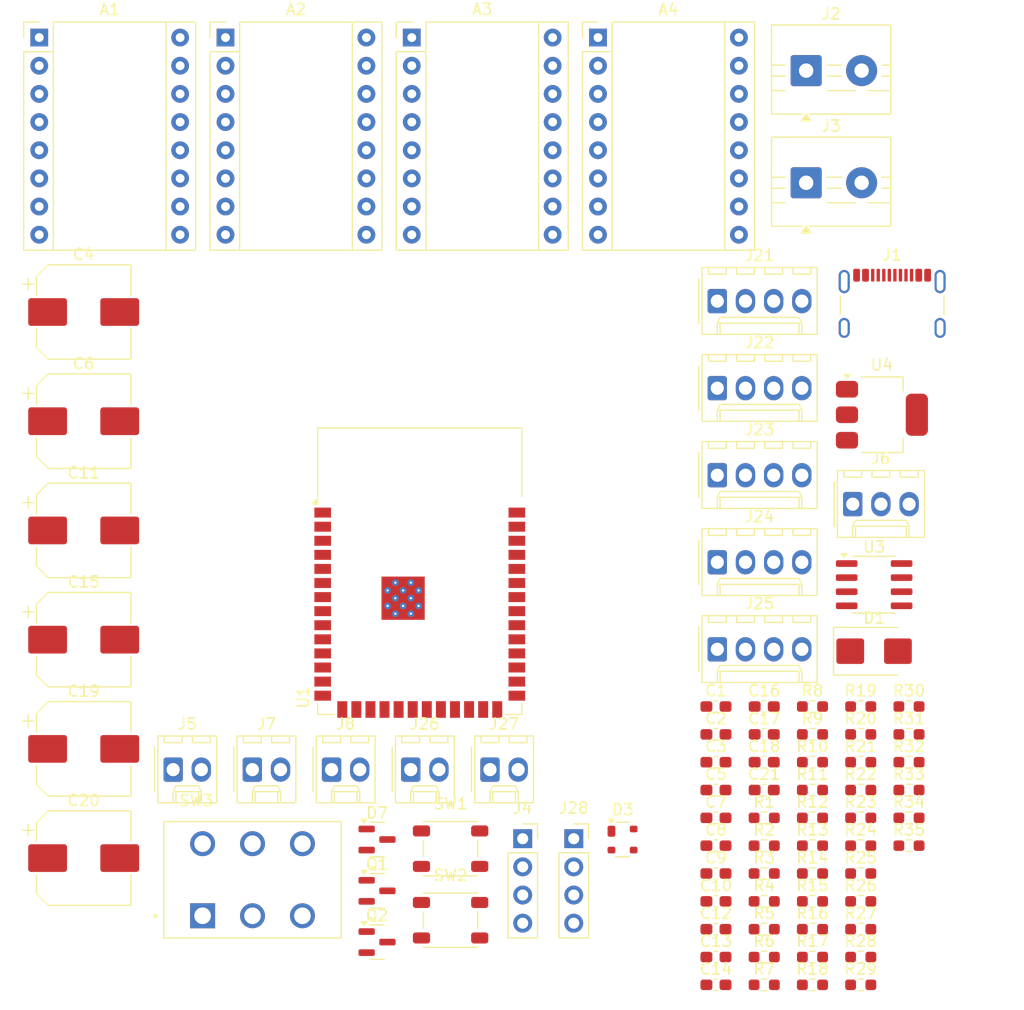
<source format=kicad_pcb>
(kicad_pcb (version 20241229) (generator "pcbnew") (generator_version "9.0")
  (layers (0 "F.Cu" signal) (2 "B.Cu" signal) (13 "F.Paste" user) (15 "B.Paste" user) (5 "F.SilkS" user "F.Silkscreen") (7 "B.SilkS" user "B.Silkscreen") (1 "F.Mask" user) (3 "B.Mask" user) (25 "Edge.Cuts" user))
  (net 0 "")
  (net 1 "Net-(A1-M1)")
  (net 2 "Net-(A1-M2)")
  (net 3 "/GPIO6")
  (net 4 "Net-(A1-M0)")
  (net 5 "/GPIO4")
  (net 6 "Net-(A1-~{RST})")
  (net 7 "/24V")
  (net 8 "Net-(A1-A1)")
  (net 9 "Net-(A1-A2)")
  (net 10 "/GPIO5")
  (net 11 "GND")
  (net 13 "Net-(A1-B2)")
  (net 14 "Net-(A1-B1)")
  (net 15 "Net-(A1-~{SLP})")
  (net 16 "Net-(A2-A2)")
  (net 17 "Net-(A2-B1)")
  (net 18 "/GPIO11")
  (net 19 "Net-(A2-M2)")
  (net 20 "Net-(A2-M1)")
  (net 22 "/GPIO12")
  (net 23 "Net-(A2-~{SLP})")
  (net 24 "/GPIO13")
  (net 25 "Net-(A2-M0)")
  (net 26 "Net-(A2-A1)")
  (net 27 "Net-(A2-B2)")
  (net 28 "Net-(A2-~{RST})")
  (net 29 "Net-(A3-A2)")
  (net 30 "/GPIO17")
  (net 31 "Net-(A3-M2)")
  (net 32 "Net-(A3-~{RST})")
  (net 33 "Net-(A3-~{SLP})")
  (net 34 "Net-(A3-M0)")
  (net 36 "/GPIO10")
  (net 37 "Net-(A3-B2)")
  (net 38 "Net-(A3-M1)")
  (net 39 "Net-(A3-B1)")
  (net 40 "/GPIO18")
  (net 41 "Net-(A3-A1)")
  (net 42 "Net-(A4-B1)")
  (net 43 "Net-(A4-M0)")
  (net 44 "Net-(A4-~{SLP})")
  (net 46 "Net-(A4-A1)")
  (net 47 "Net-(A4-B2)")
  (net 48 "Net-(A4-~{RST})")
  (net 49 "/GPIO15")
  (net 50 "/GPIO7")
  (net 51 "Net-(A4-M2)")
  (net 52 "Net-(A4-A2)")
  (net 53 "/GPIO16")
  (net 54 "Net-(A4-M1)")
  (net 55 "/VBus")
  (net 56 "/CHIP_PU")
  (net 57 "/3V3")
  (net 58 "/GPIO0")
  (net 59 "/5V_BUCK")
  (net 60 "/D+")
  (net 61 "/D-")
  (net 62 "/CANH")
  (net 63 "/CANL")
  (net 64 "Net-(J1-CC2)")
  (net 65 "Net-(J1-CC1)")
  (net 66 "Net-(J1-SHIELD)")
  (net 67 "Net-(J1-D--PadA7)")
  (net 68 "Net-(J1-D+-PadA6)")
  (net 71 "/RX")
  (net 72 "/TX")
  (net 73 "/GPIO35")
  (net 74 "/GPIO36")
  (net 75 "/GPIO37")
  (net 76 "/SCL")
  (net 77 "/SDA")
  (net 78 "Net-(J26-Pin_2)")
  (net 79 "/5V")
  (net 80 "Net-(J27-Pin_2)")
  (net 81 "/GPIO2")
  (net 82 "/GPIO1")
  (net 83 "Net-(Q1-G)")
  (net 84 "Net-(Q2-G)")
  (net 85 "/GPIO21")
  (net 86 "/GPIO45")
  (net 87 "/GPIO46")
  (net 88 "/GPIO3")
  (net 89 "/GPIO48")
  (net 90 "/GPIO38")
  (net 91 "/GPIO41")
  (net 92 "/GPIO39")
  (net 93 "/GPIO47")
  (net 94 "/GPIO40")
  (net 95 "/GPIO42")
  (net 96 "/GPIO14")
  (footprint "Resistor_SMD:R_0603_1608Metric_Pad0.98x0.95mm_HandSolder" (layer "F.Cu") (at 171.3375 117.34)
    (property "Reference" "R34" (at 0 -1.43 0) (layer "F.SilkS"))
    (property "Value" "0")
    (pad "1" smd roundrect (at -0.9125 0) (size 0.975 0.95) (layers "F.Cu" "F.Mask" "F.Paste") (net 57 "/3V3"))
    (pad "2" smd roundrect (at 0.9125 0) (size 0.975 0.95) (layers "F.Cu" "F.Mask" "F.Paste") (net 4 "Net-(A1-M0)"))
  )
  (footprint "Resistor_SMD:R_0603_1608Metric_Pad0.98x0.95mm_HandSolder" (layer "F.Cu") (at 166.9875 119.85)
    (property "Reference" "R24" (at 0 -1.43 0) (layer "F.SilkS"))
    (property "Value" "0")
    (pad "1" smd roundrect (at -0.9125 0) (size 0.975 0.95) (layers "F.Cu" "F.Mask" "F.Paste") (net 57 "/3V3"))
    (pad "2" smd roundrect (at 0.9125 0) (size 0.975 0.95) (layers "F.Cu" "F.Mask" "F.Paste") (net 19 "Net-(A2-M2)"))
  )
  (footprint "Connector_Molex:Molex_KK-254_AE-6410-02A_1x02_P2.54mm_Vertical" (layer "F.Cu") (at 119.2875 112.99)
    (property "Reference" "J8" (at 1.27 -4.12 0) (layer "F.SilkS"))
    (property "Value" "Conn_01x02_Pin")
    (pad "1" thru_hole roundrect (at 0 0) (size 1.74 2.19) (drill 1.19) (layers "*.Cu" "*.Mask") (roundrect_rratio 0.143678) (net 75 "/GPIO37"))
    (pad "2" thru_hole oval (at 2.54 0) (size 1.74 2.19) (drill 1.19) (layers "*.Cu" "*.Mask") (net 11 "GND"))
  )
  (footprint "Capacitor_SMD:C_0603_1608Metric_Pad1.08x0.95mm_HandSolder" (layer "F.Cu") (at 153.9375 109.81)
    (property "Reference" "C2" (at 0 -1.43 0) (layer "F.SilkS"))
    (property "Value" "10uf")
    (pad "1" smd roundrect (at -0.8625 0) (size 1.075 0.95) (layers "F.Cu" "F.Mask" "F.Paste") (net 11 "GND"))
    (pad "2" smd roundrect (at 0.8625 0) (size 1.075 0.95) (layers "F.Cu" "F.Mask" "F.Paste") (net 55 "/VBus"))
  )
  (footprint "Connector_Molex:Molex_KK-254_AE-6410-02A_1x02_P2.54mm_Vertical" (layer "F.Cu") (at 126.4275 112.99)
    (property "Reference" "J26" (at 1.27 -4.12 0) (layer "F.SilkS"))
    (property "Value" "Conn_01x02_Pin")
    (pad "1" thru_hole roundrect (at 0 0) (size 1.74 2.19) (drill 1.19) (layers "*.Cu" "*.Mask") (roundrect_rratio 0.143678) (net 79 "/5V"))
    (pad "2" thru_hole oval (at 2.54 0) (size 1.74 2.19) (drill 1.19) (layers "*.Cu" "*.Mask") (net 78 "Net-(J26-Pin_2)"))
  )
  (footprint "Connector_Molex:Molex_KK-254_AE-6410-04A_1x04_P2.54mm_Vertical" (layer "F.Cu") (at 154.0575 70.74)
    (property "Reference" "J21" (at 3.81 -4.12 0) (layer "F.SilkS"))
    (property "Value" "Conn_01x04_Pin")
    (pad "1" thru_hole roundrect (at 0 0) (size 1.74 2.19) (drill 1.19) (layers "*.Cu" "*.Mask") (roundrect_rratio 0.143678) (net 11 "GND"))
    (pad "2" thru_hole oval (at 2.54 0) (size 1.74 2.19) (drill 1.19) (layers "*.Cu" "*.Mask") (net 57 "/3V3"))
    (pad "3" thru_hole oval (at 5.08 0) (size 1.74 2.19) (drill 1.19) (layers "*.Cu" "*.Mask") (net 77 "/SDA"))
    (pad "4" thru_hole oval (at 7.62 0) (size 1.74 2.19) (drill 1.19) (layers "*.Cu" "*.Mask") (net 76 "/SCL"))
  )
  (footprint "Button_Switch_SMD:SW_SPST_PTS647_Sx38" (layer "F.Cu") (at 130.0175 120.12)
    (property "Reference" "SW1" (at 0 -4.05 0) (layer "F.SilkS"))
    (property "Value" "SW_Push")
    (pad "1" smd roundrect (at -2.625 -1.6) (size 1.55 1) (layers "F.Cu" "F.Mask" "F.Paste") (net 11 "GND"))
    (pad "1" smd roundrect (at 2.625 -1.6) (size 1.55 1) (layers "F.Cu" "F.Mask" "F.Paste") (net 11 "GND"))
    (pad "2" smd roundrect (at -2.625 1.6) (size 1.55 1) (layers "F.Cu" "F.Mask" "F.Paste") (net 58 "/GPIO0"))
    (pad "2" smd roundrect (at 2.625 1.6) (size 1.55 1) (layers "F.Cu" "F.Mask" "F.Paste") (net 58 "/GPIO0"))
  )
  (footprint "Resistor_SMD:R_0603_1608Metric_Pad0.98x0.95mm_HandSolder" (layer "F.Cu") (at 162.6375 127.38)
    (property "Reference" "R16" (at 0 -1.43 0) (layer "F.SilkS"))
    (property "Value" "10k 1%")
    (pad "1" smd roundrect (at -0.9125 0) (size 0.975 0.95) (layers "F.Cu" "F.Mask" "F.Paste") (net 57 "/3V3"))
    (pad "2" smd roundrect (at 0.9125 0) (size 0.975 0.95) (layers "F.Cu" "F.Mask" "F.Paste") (net 28 "Net-(A2-~{RST})"))
  )
  (footprint "Resistor_SMD:R_0603_1608Metric_Pad0.98x0.95mm_HandSolder" (layer "F.Cu") (at 171.3375 119.85)
    (property "Reference" "R35" (at 0 -1.43 0) (layer "F.SilkS"))
    (property "Value" "0")
    (pad "1" smd roundrect (at -0.9125 0) (size 0.975 0.95) (layers "F.Cu" "F.Mask" "F.Paste") (net 57 "/3V3"))
    (pad "2" smd roundrect (at 0.9125 0) (size 0.975 0.95) (layers "F.Cu" "F.Mask" "F.Paste") (net 1 "Net-(A1-M1)"))
  )
  (footprint "Resistor_SMD:R_0603_1608Metric_Pad0.98x0.95mm_HandSolder" (layer "F.Cu") (at 166.9875 109.81)
    (property "Reference" "R20" (at 0 -1.43 0) (layer "F.SilkS"))
    (property "Value" "10k")
    (pad "1" smd roundrect (at -0.9125 0) (size 0.975 0.95) (layers "F.Cu" "F.Mask" "F.Paste") (net 57 "/3V3"))
    (pad "2" smd roundrect (at 0.9125 0) (size 0.975 0.95) (layers "F.Cu" "F.Mask" "F.Paste") (net 74 "/GPIO36"))
  )
  (footprint "Resistor_SMD:R_0603_1608Metric_Pad0.98x0.95mm_HandSolder" (layer "F.Cu") (at 162.6375 129.89)
    (property "Reference" "R17" (at 0 -1.43 0) (layer "F.SilkS"))
    (property "Value" "4.7k")
    (pad "1" smd roundrect (at -0.9125 0) (size 0.975 0.95) (layers "F.Cu" "F.Mask" "F.Paste") (net 77 "/SDA"))
    (pad "2" smd roundrect (at 0.9125 0) (size 0.975 0.95) (layers "F.Cu" "F.Mask" "F.Paste") (net 57 "/3V3"))
  )
  (footprint "Resistor_SMD:R_0603_1608Metric_Pad0.98x0.95mm_HandSolder" (layer "F.Cu") (at 158.2875 129.89)
    (property "Reference" "R6" (at 0 -1.43 0) (layer "F.SilkS"))
    (property "Value" "5.1k")
    (pad "1" smd roundrect (at -0.9125 0) (size 0.975 0.95) (layers "F.Cu" "F.Mask" "F.Paste") (net 64 "Net-(J1-CC2)"))
    (pad "2" smd roundrect (at 0.9125 0) (size 0.975 0.95) (layers "F.Cu" "F.Mask" "F.Paste") (net 11 "GND"))
  )
  (footprint "Resistor_SMD:R_0603_1608Metric_Pad0.98x0.95mm_HandSolder" (layer "F.Cu") (at 162.6375 112.32)
    (property "Reference" "R10" (at 0 -1.43 0) (layer "F.SilkS"))
    (property "Value" "10k 1%")
    (pad "1" smd roundrect (at -0.9125 0) (size 0.975 0.95) (layers "F.Cu" "F.Mask" "F.Paste") (net 57 "/3V3"))
    (pad "2" smd roundrect (at 0.9125 0) (size 0.975 0.95) (layers "F.Cu" "F.Mask" "F.Paste") (net 56 "/CHIP_PU"))
  )
  (footprint "Connector_Molex:Molex_KK-254_AE-6410-03A_1x03_P2.54mm_Vertical" (layer "F.Cu") (at 166.2675 89.05)
    (property "Reference" "J6" (at 2.54 -4.12 0) (layer "F.SilkS"))
    (property "Value" "Conn_01x03_Pin")
    (pad "1" thru_hole roundrect (at 0 0) (size 1.74 2.19) (drill 1.19) (layers "*.Cu" "*.Mask") (roundrect_rratio 0.143678) (net 62 "/CANH"))
    (pad "2" thru_hole oval (at 2.54 0) (size 1.74 2.19) (drill 1.19) (layers "*.Cu" "*.Mask") (net 63 "/CANL"))
    (pad "3" thru_hole oval (at 5.08 0) (size 1.74 2.19) (drill 1.19) (layers "*.Cu" "*.Mask") (net 11 "GND"))
  )
  (footprint "Resistor_SMD:R_0603_1608Metric_Pad0.98x0.95mm_HandSolder" (layer "F.Cu") (at 158.2875 124.87)
    (property "Reference" "R4" (at 0 -1.43 0) (layer "F.SilkS"))
    (property "Value" "10k 1%")
    (pad "1" smd roundrect (at -0.9125 0) (size 0.975 0.95) (layers "F.Cu" "F.Mask" "F.Paste") (net 57 "/3V3"))
    (pad "2" smd roundrect (at 0.9125 0) (size 0.975 0.95) (layers "F.Cu" "F.Mask" "F.Paste") (net 6 "Net-(A1-~{RST})"))
  )
  (footprint "Capacitor_SMD:C_0603_1608Metric_Pad1.08x0.95mm_HandSolder" (layer "F.Cu") (at 153.9375 117.34)
    (property "Reference" "C7" (at 0 -1.43 0) (layer "F.SilkS"))
    (property "Value" "1uf/16V 10%")
    (pad "1" smd roundrect (at -0.8625 0) (size 1.075 0.95) (layers "F.Cu" "F.Mask" "F.Paste") (net 56 "/CHIP_PU"))
    (pad "2" smd roundrect (at 0.8625 0) (size 1.075 0.95) (layers "F.Cu" "F.Mask" "F.Paste") (net 11 "GND"))
  )
  (footprint "Resistor_SMD:R_0603_1608Metric_Pad0.98x0.95mm_HandSolder" (layer "F.Cu") (at 158.2875 127.38)
    (property "Reference" "R5" (at 0 -1.43 0) (layer "F.SilkS"))
    (property "Value" "5.1k")
    (pad "1" smd roundrect (at -0.9125 0) (size 0.975 0.95) (layers "F.Cu" "F.Mask" "F.Paste") (net 65 "Net-(J1-CC1)"))
    (pad "2" smd roundrect (at 0.9125 0) (size 0.975 0.95) (layers "F.Cu" "F.Mask" "F.Paste") (net 11 "GND"))
  )
  (footprint "Resistor_SMD:R_0603_1608Metric_Pad0.98x0.95mm_HandSolder" (layer "F.Cu") (at 166.9875 124.87)
    (property "Reference" "R26" (at 0 -1.43 0) (layer "F.SilkS"))
    (property "Value" "0")
    (pad "1" smd roundrect (at -0.9125 0) (size 0.975 0.95) (layers "F.Cu" "F.Mask" "F.Paste") (net 57 "/3V3"))
    (pad "2" smd roundrect (at 0.9125 0) (size 0.975 0.95) (layers "F.Cu" "F.Mask" "F.Paste") (net 25 "Net-(A2-M0)"))
  )
  (footprint "SLW-1278105:SW_SLW-1678105-6A-N-D" (layer "F.Cu") (at 112.1625 122.92)
    (property "Reference" "SW3" (at -5.075 -7.135 0) (layer "F.SilkS"))
    (property "Value" "SW_Slide_DPDT")
    (pad "1" thru_hole rect (at -4.5 3.25) (size 2.25 2.25) (drill 1.5) (layers "*.Cu" "*.Mask") (net 59 "/5V_BUCK"))
    (pad "2" thru_hole circle (at 0 3.25) (size 2.25 2.25) (drill 1.5) (layers "*.Cu" "*.Mask") (net 79 "/5V"))
    (pad "3" thru_hole circle (at 4.5 3.25) (size 2.25 2.25) (drill 1.5) (layers "*.Cu" "*.Mask") (net 55 "/VBus"))
    (pad "4" thru_hole circle (at -4.5 -3.25) (size 2.25 2.25) (drill 1.5) (layers "*.Cu" "*.Mask") (net 11 "GND"))
    (pad "5" thru_hole circle (at 0 -3.25) (size 2.25 2.25) (drill 1.5) (layers "*.Cu" "*.Mask") (net 11 "GND"))
    (pad "6" thru_hole circle (at 4.5 -3.25) (size 2.25 2.25) (drill 1.5) (layers "*.Cu" "*.Mask") (net 11 "GND"))
  )
  (footprint "Connector_USB:USB_C_Receptacle_GCT_USB4105-xx-A_16P_TopMnt_Horizontal" (layer "F.Cu") (at 169.8175 72.08)
    (property "Reference" "J1" (at 0 -5.5 0) (layer "F.SilkS"))
    (property "Value" "USB_C_Receptacle_USB2.0_16P")
    (pad "" np_thru_hole circle (at -2.89 -2.605) (size 0.65 0.65) (drill 0.65) (layers "*.Cu" "*.Mask"))
    (pad "" np_thru_hole circle (at 2.89 -2.605) (size 0.65 0.65) (drill 0.65) (layers "*.Cu" "*.Mask"))
    (pad "A1" smd roundrect (at -3.2 -3.68) (size 0.6 1.15) (layers "F.Cu" "F.Mask" "F.Paste") (net 11 "GND"))
    (pad "A4" smd roundrect (at -2.4 -3.68) (size 0.6 1.15) (layers "F.Cu" "F.Mask" "F.Paste") (net 55 "/VBus"))
    (pad "A5" smd roundrect (at -1.25 -3.68) (size 0.3 1.15) (layers "F.Cu" "F.Mask" "F.Paste") (net 65 "Net-(J1-CC1)"))
    (pad "A6" smd roundrect (at -0.25 -3.68) (size 0.3 1.15) (layers "F.Cu" "F.Mask" "F.Paste") (net 68 "Net-(J1-D+-PadA6)"))
    (pad "A7" smd roundrect (at 0.25 -3.68) (size 0.3 1.15) (layers "F.Cu" "F.Mask" "F.Paste") (net 67 "Net-(J1-D--PadA7)"))
    (pad "A8" smd roundrect (at 1.25 -3.68) (size 0.3 1.15) (layers "F.Cu" "F.Mask" "F.Paste"))
    (pad "A9" smd roundrect (at 2.4 -3.68) (size 0.6 1.15) (layers "F.Cu" "F.Mask" "F.Paste") (net 55 "/VBus"))
    (pad "A12" smd roundrect (at 3.2 -3.68) (size 0.6 1.15) (layers "F.Cu" "F.Mask" "F.Paste") (net 11 "GND"))
    (pad "B1" smd roundrect (at 3.2 -3.68) (size 0.6 1.15) (layers "F.Cu" "F.Mask" "F.Paste") (net 11 "GND"))
    (pad "B4" smd roundrect (at 2.4 -3.68) (size 0.6 1.15) (layers "F.Cu" "F.Mask" "F.Paste") (net 55 "/VBus"))
    (pad "B5" smd roundrect (at 1.75 -3.68) (size 0.3 1.15) (layers "F.Cu" "F.Mask" "F.Paste") (net 64 "Net-(J1-CC2)"))
    (pad "B6" smd roundrect (at 0.75 -3.68) (size 0.3 1.15) (layers "F.Cu" "F.Mask" "F.Paste") (net 68 "Net-(J1-D+-PadA6)"))
    (pad "B7" smd roundrect (at -0.75 -3.68) (size 0.3 1.15) (layers "F.Cu" "F.Mask" "F.Paste") (net 67 "Net-(J1-D--PadA7)"))
    (pad "B8" smd roundrect (at -1.75 -3.68) (size 0.3 1.15) (layers "F.Cu" "F.Mask" "F.Paste"))
    (pad "B9" smd roundrect (at -2.4 -3.68) (size 0.6 1.15) (layers "F.Cu" "F.Mask" "F.Paste") (net 55 "/VBus"))
    (pad "B12" smd roundrect (at -3.2 -3.68) (size 0.6 1.15) (layers "F.Cu" "F.Mask" "F.Paste") (net 11 "GND"))
    (pad "S1" thru_hole oval (at -4.32 -3.105) (size 1 2.1) (drill oval 0.6 1.7) (property pad_prop_heatsink) (layers "*.Cu" "*.Mask" "F.Paste") (net 66 "Net-(J1-SHIELD)"))
    (pad "S1" thru_hole oval (at -4.32 1.075) (size 1 1.8) (drill oval 0.6 1.4) (property pad_prop_heatsink) (layers "*.Cu" "*.Mask" "F.Paste") (net 66 "Net-(J1-SHIELD)"))
    (pad "S1" thru_hole oval (at 4.32 -3.105) (size 1 2.1) (drill oval 0.6 1.7) (property pad_prop_heatsink) (layers "*.Cu" "*.Mask" "F.Paste") (net 66 "Net-(J1-SHIELD)"))
    (pad "S1" thru_hole oval (at 4.32 1.075) (size 1 1.8) (drill oval 0.6 1.4) (property pad_prop_heatsink) (layers "*.Cu" "*.Mask" "F.Paste") (net 66 "Net-(J1-SHIELD)"))
  )
  (footprint "Resistor_SMD:R_0603_1608Metric_Pad0.98x0.95mm_HandSolder" (layer "F.Cu") (at 162.6375 117.34)
    (property "Reference" "R12" (at 0 -1.43 0) (layer "F.SilkS"))
    (property "Value" "120")
    (pad "1" smd roundrect (at -0.9125 0) (size 0.975 0.95) (layers "F.Cu" "F.Mask" "F.Paste") (net 63 "/CANL"))
    (pad "2" smd roundrect (at 0.9125 0) (size 0.975 0.95) (layers "F.Cu" "F.Mask" "F.Paste") (net 62 "/CANH"))
  )
  (footprint "Resistor_SMD:R_0603_1608Metric_Pad0.98x0.95mm_HandSolder" (layer "F.Cu") (at 158.2875 132.4)
    (property "Reference" "R7" (at 0 -1.43 0) (layer "F.SilkS"))
    (property "Value" "1")
    (pad "1" smd roundrect (at -0.9125 0) (size 0.975 0.95) (layers "F.Cu" "F.Mask" "F.Paste") (net 66 "Net-(J1-SHIELD)"))
    (pad "2" smd roundrect (at 0.9125 0) (size 0.975 0.95) (layers "F.Cu" "F.Mask" "F.Paste") (net 11 "GND"))
  )
  (footprint "Capacitor_SMD:C_0603_1608Metric_Pad1.08x0.95mm_HandSolder" (layer "F.Cu") (at 158.2875 109.81)
    (property "Reference" "C17" (at 0 -1.43 0) (layer "F.SilkS"))
    (property "Value" "0.1uf")
    (pad "1" smd roundrect (at -0.8625 0) (size 1.075 0.95) (layers "F.Cu" "F.Mask" "F.Paste") (net 11 "GND"))
    (pad "2" smd roundrect (at 0.8625 0) (size 1.075 0.95) (layers "F.Cu" "F.Mask" "F.Paste") (net 57 "/3V3"))
  )
  (footprint "Resistor_SMD:R_0603_1608Metric_Pad0.98x0.95mm_HandSolder" (layer "F.Cu") (at 166.9875 114.83)
    (property "Reference" "R22" (at 0 -1.43 0) (layer "F.SilkS"))
    (property "Value" "100")
    (pad "1" smd roundrect (at -0.9125 0) (size 0.975 0.95) (layers "F.Cu" "F.Mask" "F.Paste") (net 24 "/GPIO13"))
    (pad "2" smd roundrect (at 0.9125 0) (size 0.975 0.95) (layers "F.Cu" "F.Mask" "F.Paste") (net 83 "Net-(Q1-G)"))
  )
  (footprint "Package_SO:SOIC-8_3.9x4.9mm_P1.27mm" (layer "F.Cu") (at 168.1975 96.31)
    (property "Reference" "U3" (at 0 -3.4 0) (layer "F.SilkS"))
    (property "Value" "SN65HVD230")
    (pad "1" smd roundrect (at -2.475 -1.905) (size 1.95 0.6) (layers "F.Cu" "F.Mask" "F.Paste") (net 89 "/GPIO48"))
    (pad "2" smd roundrect (at -2.475 -0.635) (size 1.95 0.6) (layers "F.Cu" "F.Mask" "F.Paste") (net 11 "GND"))
    (pad "3" smd roundrect (at -2.475 0.635) (size 1.95 0.6) (layers "F.Cu" "F.Mask" "F.Paste") (net 57 "/3V3"))
    (pad "4" smd roundrect (at -2.475 1.905) (size 1.95 0.6) (layers "F.Cu" "F.Mask" "F.Paste") (net 93 "/GPIO47"))
    (pad "5" smd roundrect (at 2.475 1.905) (size 1.95 0.6) (layers "F.Cu" "F.Mask" "F.Paste"))
    (pad "6" smd roundrect (at 2.475 0.635) (size 1.95 0.6) (layers "F.Cu" "F.Mask" "F.Paste") (net 63 "/CANL"))
    (pad "7" smd roundrect (at 2.475 -0.635) (size 1.95 0.6) (layers "F.Cu" "F.Mask" "F.Paste") (net 62 "/CANH"))
    (pad "8" smd roundrect (at 2.475 -1.905) (size 1.95 0.6) (layers "F.Cu" "F.Mask" "F.Paste") (net 11 "GND"))
  )
  (footprint "Package_TO_SOT_SMD:SOT-23" (layer "F.Cu") (at 123.3875 128.545)
    (property "Reference" "Q2" (at 0 -2.4 0) (layer "F.SilkS"))
    (property "Value" "IRLML6344TRPBF")
    (pad "1" smd roundrect (at -0.9375 -0.95) (size 1.475 0.6) (layers "F.Cu" "F.Mask" "F.Paste") (net 11 "GND"))
    (pad "2" smd roundrect (at -0.9375 0.95) (size 1.475 0.6) (layers "F.Cu" "F.Mask" "F.Paste") (net 84 "Net-(Q2-G)"))
    (pad "3" smd roundrect (at 0.9375 0) (size 1.475 0.6) (layers "F.Cu" "F.Mask" "F.Paste") (net 80 "Net-(J27-Pin_2)"))
  )
  (footprint "Capacitor_SMD:C_0603_1608Metric_Pad1.08x0.95mm_HandSolder" (layer "F.Cu") (at 153.9375 132.4)
    (property "Reference" "C14" (at 0 -1.43 0) (layer "F.SilkS"))
    (property "Value" "0.1uF")
    (pad "1" smd roundrect (at -0.8625 0) (size 1.075 0.95) (layers "F.Cu" "F.Mask" "F.Paste") (net 7 "/24V"))
    (pad "2" smd roundrect (at 0.8625 0) (size 1.075 0.95) (layers "F.Cu" "F.Mask" "F.Paste") (net 11 "GND"))
  )
  (footprint "Resistor_SMD:R_0603_1608Metric_Pad0.98x0.95mm_HandSolder" (layer "F.Cu") (at 166.9875 117.34)
    (property "Reference" "R23" (at 0 -1.43 0) (layer "F.SilkS"))
    (property "Value" "100")
    (pad "1" smd roundrect (at -0.9125 0) (size 0.975 0.95) (layers "F.Cu" "F.Mask" "F.Paste") (net 85 "/GPIO21"))
    (pad "2" smd roundrect (at 0.9125 0) (size 0.975 0.95) (layers "F.Cu" "F.Mask" "F.Paste") (net 84 "Net-(Q2-G)"))
  )
  (footprint "Connector_Molex:Molex_KK-254_AE-6410-02A_1x02_P2.54mm_Vertical" (layer "F.Cu") (at 133.5675 112.99)
    (property "Reference" "J27" (at 1.27 -4.12 0) (layer "F.SilkS"))
    (property "Value" "Conn_01x02_Pin")
    (pad "1" thru_hole roundrect (at 0 0) (size 1.74 2.19) (drill 1.19) (layers "*.Cu" "*.Mask") (roundrect_rratio 0.143678) (net 79 "/5V"))
    (pad "2" thru_hole oval (at 2.54 0) (size 1.74 2.19) (drill 1.19) (layers "*.Cu" "*.Mask") (net 80 "Net-(J27-Pin_2)"))
  )
  (footprint "Capacitor_SMD:C_0603_1608Metric_Pad1.08x0.95mm_HandSolder" (layer "F.Cu") (at 158.2875 107.3)
    (property "Reference" "C16" (at 0 -1.43 0) (layer "F.SilkS"))
    (property "Value" "10uf")
    (pad "1" smd roundrect (at -0.8625 0) (size 1.075 0.95) (layers "F.Cu" "F.Mask" "F.Paste") (net 11 "GND"))
    (pad "2" smd roundrect (at 0.8625 0) (size 1.075 0.95) (layers "F.Cu" "F.Mask" "F.Paste") (net 57 "/3V3"))
  )
  (footprint "Resistor_SMD:R_0603_1608Metric_Pad0.98x0.95mm_HandSolder" (layer "F.Cu") (at 162.6375 109.81)
    (property "Reference" "R9" (at 0 -1.43 0) (layer "F.SilkS"))
    (property "Value" "10k 1%")
    (pad "1" smd roundrect (at -0.9125 0) (size 0.975 0.95) (layers "F.Cu" "F.Mask" "F.Paste") (net 57 "/3V3"))
    (pad "2" smd roundrect (at 0.9125 0) (size 0.975 0.95) (layers "F.Cu" "F.Mask" "F.Paste") (net 44 "Net-(A4-~{SLP})"))
  )
  (footprint "Connector_Molex:Molex_KK-254_AE-6410-02A_1x02_P2.54mm_Vertical" (layer "F.Cu") (at 105.0075 112.99)
    (property "Reference" "J5" (at 1.27 -4.12 0) (layer "F.SilkS"))
    (property "Value" "Conn_01x02_Pin")
    (pad "1" thru_hole roundrect (at 0 0) (size 1.74 2.19) (drill 1.19) (layers "*.Cu" "*.Mask") (roundrect_rratio 0.143678) (net 73 "/GPIO35"))
    (pad "2" thru_hole oval (at 2.54 0) (size 1.74 2.19) (drill 1.19) (layers "*.Cu" "*.Mask") (net 11 "GND"))
  )
  (footprint "Capacitor_SMD:C_0603_1608Metric_Pad1.08x0.95mm_HandSolder" (layer "F.Cu") (at 153.9375 122.36)
    (property "Reference" "C9" (at 0 -1.43 0) (layer "F.SilkS"))
    (property "Value" "0.1uf")
    (pad "1" smd roundrect (at -0.8625 0) (size 1.075 0.95) (layers "F.Cu" "F.Mask" "F.Paste") (net 58 "/GPIO0"))
    (pad "2" smd roundrect (at 0.8625 0) (size 1.075 0.95) (layers "F.Cu" "F.Mask" "F.Paste") (net 11 "GND"))
  )
  (footprint "Module:Pololu_Breakout-16_15.2x20.3mm" (layer "F.Cu") (at 126.5175 46.97)
    (property "Reference" "A3" (at 6.35 -2.54 0) (layer "F.SilkS"))
    (property "Value" "Pololu_Breakout_DRV8825")
    (pad "1" thru_hole rect (at 0 0) (size 1.6 1.6) (drill 0.8) (layers "*.Cu" "*.Mask") (net 11 "GND"))
    (pad "2" thru_hole oval (at 0 2.54) (size 1.6 1.6) (drill 0.8) (layers "*.Cu" "*.Mask"))
    (pad "3" thru_hole oval (at 0 5.08) (size 1.6 1.6) (drill 0.8) (layers "*.Cu" "*.Mask") (net 29 "Net-(A3-A2)"))
    (pad "4" thru_hole oval (at 0 7.62) (size 1.6 1.6) (drill 0.8) (layers "*.Cu" "*.Mask") (net 41 "Net-(A3-A1)"))
    (pad "5" thru_hole oval (at 0 10.16) (size 1.6 1.6) (drill 0.8) (layers "*.Cu" "*.Mask") (net 39 "Net-(A3-B1)"))
    (pad "6" thru_hole oval (at 0 12.7) (size 1.6 1.6) (drill 0.8) (layers "*.Cu" "*.Mask") (net 37 "Net-(A3-B2)"))
    (pad "7" thru_hole oval (at 0 15.24) (size 1.6 1.6) (drill 0.8) (layers "*.Cu" "*.Mask") (net 11 "GND"))
    (pad "8" thru_hole oval (at 0 17.78) (size 1.6 1.6) (drill 0.8) (layers "*.Cu" "*.Mask") (net 7 "/24V"))
    (pad "9" thru_hole oval (at 12.7 17.78) (size 1.6 1.6) (drill 0.8) (layers "*.Cu" "*.Mask") (net 36 "/GPIO10"))
    (pad "10" thru_hole oval (at 12.7 15.24) (size 1.6 1.6) (drill 0.8) (layers "*.Cu" "*.Mask") (net 34 "Net-(A3-M0)"))
    (pad "11" thru_hole oval (at 12.7 12.7) (size 1.6 1.6) (drill 0.8) (layers "*.Cu" "*.Mask") (net 38 "Net-(A3-M1)"))
    (pad "12" thru_hole oval (at 12.7 10.16) (size 1.6 1.6) (drill 0.8) (layers "*.Cu" "*.Mask") (net 31 "Net-(A3-M2)"))
    (pad "13" thru_hole oval (at 12.7 7.62) (size 1.6 1.6) (drill 0.8) (layers "*.Cu" "*.Mask") (net 32 "Net-(A3-~{RST})"))
    (pad "14" thru_hole oval (at 12.7 5.08) (size 1.6 1.6) (drill 0.8) (layers "*.Cu" "*.Mask") (net 33 "Net-(A3-~{SLP})"))
    (pad "15" thru_hole oval (at 12.7 2.54) (size 1.6 1.6) (drill 0.8) (layers "*.Cu" "*.Mask") (net 40 "/GPIO18"))
    (pad "16" thru_hole oval (at 12.7 0) (size 1.6 1.6) (drill 0.8) (layers "*.Cu" "*.Mask") (net 30 "/GPIO17"))
  )
  (footprint "Resistor_SMD:R_0603_1608Metric_Pad0.98x0.95mm_HandSolder" (layer "F.Cu") (at 158.2875 122.36)
    (property "Reference" "R3" (at 0 -1.43 0) (layer "F.SilkS"))
    (property "Value" "22")
    (pad "1" smd roundrect (at -0.9125 0) (size 0.975 0.95) (layers "F.Cu" "F.Mask" "F.Paste") (net 67 "Net-(J1-D--PadA7)"))
    (pad "2" smd roundrect (at 0.9125 0) (size 0.975 0.95) (layers "F.Cu" "F.Mask" "F.Paste") (net 61 "/D-"))
  )
  (footprint "Resistor_SMD:R_0603_1608Metric_Pad0.98x0.95mm_HandSolder" (layer "F.Cu") (at 171.3375 114.83)
    (property "Reference" "R33" (at 0 -1.43 0) (layer "F.SilkS"))
    (property "Value" "0")
    (pad "1" smd roundrect (at -0.9125 0) (size 0.975 0.95) (layers "F.Cu" "F.Mask" "F.Paste") (net 57 "/3V3"))
    (pad "2" smd roundrect (at 0.9125 0) (size 0.975 0.95) (layers "F.Cu" "F.Mask" "F.Paste") (net 2 "Net-(A1-M2)"))
  )
  (footprint "Package_TO_SOT_SMD:SOT-223-3_TabPin2" (layer "F.Cu") (at 168.8975 80.985)
    (property "Reference" "U4" (at 0 -4.5 0) (layer "F.SilkS"))
    (property "Value" "AMS1117-3.3")
    (pad "1" smd roundrect (at -3.15 -2.3) (size 2 1.5) (layers "F.Cu" "F.Mask" "F.Paste") (net 11 "GND"))
    (pad "2" smd roundrect (at -3.15 0) (size 2 1.5) (layers "F.Cu" "F.Mask" "F.Paste") (net 57 "/3V3"))
    (pad "2" smd roundrect (at 3.15 0) (size 2 3.8) (layers "F.Cu" "F.Mask" "F.Paste") (net 57 "/3V3"))
    (pad "3" smd roundrect (at -3.15 2.3) (size 2 1.5) (layers "F.Cu" "F.Mask" "F.Paste") (net 79 "/5V"))
  )
  (footprint "Resistor_SMD:R_0603_1608Metric_Pad0.98x0.95mm_HandSolder" (layer "F.Cu") (at 166.9875 132.4)
    (property "Reference" "R29" (at 0 -1.43 0) (layer "F.SilkS"))
    (property "Value" "0")
    (pad "1" smd roundrect (at -0.9125 0) (size 0.975 0.95) (layers "F.Cu" "F.Mask" "F.Paste") (net 57 "/3V3"))
    (pad "2" smd roundrect (at 0.9125 0) (size 0.975 0.95) (layers "F.Cu" "F.Mask" "F.Paste") (net 38 "Net-(A3-M1)"))
  )
  (footprint "Diode_SMD:D_SMB" (layer "F.Cu") (at 168.1925 102.31)
    (property "Reference" "D1" (at 0 -3 0) (layer "F.SilkS"))
    (property "Value" "D_TVS")
    (pad "1" smd roundrect (at -2.15 0) (size 2.5 2.3) (layers "F.Cu" "F.Mask" "F.Paste") (roundrect_rratio 0.1086956522) (net 11 "GND"))
    (pad "2" smd roundrect (at 2.15 0) (size 2.5 2.3) (layers "F.Cu" "F.Mask" "F.Paste") (roundrect_rratio 0.1086956522) (net 7 "/24V"))
  )
  (footprint "Module:Pololu_Breakout-16_15.2x20.3mm" (layer "F.Cu") (at 92.9375 46.97)
    (property "Reference" "A1" (at 6.35 -2.54 0) (layer "F.SilkS"))
    (property "Value" "Pololu_Breakout_DRV8825")
    (pad "1" thru_hole rect (at 0 0) (size 1.6 1.6) (drill 0.8) (layers "*.Cu" "*.Mask") (net 11 "GND"))
    (pad "2" thru_hole oval (at 0 2.54) (size 1.6 1.6) (drill 0.8) (layers "*.Cu" "*.Mask"))
    (pad "3" thru_hole oval (at 0 5.08) (size 1.6 1.6) (drill 0.8) (layers "*.Cu" "*.Mask") (net 9 "Net-(A1-A2)"))
    (pad "4" thru_hole oval (at 0 7.62) (size 1.6 1.6) (drill 0.8) (layers "*.Cu" "*.Mask") (net 8 "Net-(A1-A1)"))
    (pad "5" thru_hole oval (at 0 10.16) (size 1.6 1.6) (drill 0.8) (layers "*.Cu" "*.Mask") (net 14 "Net-(A1-B1)"))
    (pad "6" thru_hole oval (at 0 12.7) (size 1.6 1.6) (drill 0.8) (layers "*.Cu" "*.Mask") (net 13 "Net-(A1-B2)"))
    (pad "7" thru_hole oval (at 0 15.24) (size 1.6 1.6) (drill 0.8) (layers "*.Cu" "*.Mask") (net 11 "GND"))
    (pad "8" thru_hole oval (at 0 17.78) (size 1.6 1.6) (drill 0.8) (layers "*.Cu" "*.Mask") (net 7 "/24V"))
    (pad "9" thru_hole oval (at 12.7 17.78) (size 1.6 1.6) (drill 0.8) (layers "*.Cu" "*.Mask") (net 3 "/GPIO6"))
    (pad "10" thru_hole oval (at 12.7 15.24) (size 1.6 1.6) (drill 0.8) (layers "*.Cu" "*.Mask") (net 4 "Net-(A1-M0)"))
    (pad "11" thru_hole oval (at 12.7 12.7) (size 1.6 1.6) (drill 0.8) (layers "*.Cu" "*.Mask") (net 1 "Net-(A1-M1)"))
    (pad "12" thru_hole oval (at 12.7 10.16) (size 1.6 1.6) (drill 0.8) (layers "*.Cu" "*.Mask") (net 2 "Net-(A1-M2)"))
    (pad "13" thru_hole oval (at 12.7 7.62) (size 1.6 1.6) (drill 0.8) (layers "*.Cu" "*.Mask") (net 6 "Net-(A1-~{RST})"))
    (pad "14" thru_hole oval (at 12.7 5.08) (size 1.6 1.6) (drill 0.8) (layers "*.Cu" "*.Mask") (net 15 "Net-(A1-~{SLP})"))
    (pad "15" thru_hole oval (at 12.7 2.54) (size 1.6 1.6) (drill 0.8) (layers "*.Cu" "*.Mask") (net 10 "/GPIO5"))
    (pad "16" thru_hole oval (at 12.7 0) (size 1.6 1.6) (drill 0.8) (layers "*.Cu" "*.Mask") (net 5 "/GPIO4"))
  )
  (footprint "Resistor_SMD:R_0603_1608Metric_Pad0.98x0.95mm_HandSolder" (layer "F.Cu") (at 162.6375 107.3)
    (property "Reference" "R8" (at 0 -1.43 0) (layer "F.SilkS"))
    (property "Value" "10k 1%")
    (pad "1" smd roundrect (at -0.9125 0) (size 0.975 0.95) (layers "F.Cu" "F.Mask" "F.Paste") (net 57 "/3V3"))
    (pad "2" smd roundrect (at 0.9125 0) (size 0.975 0.95) (layers "F.Cu" "F.Mask" "F.Paste") (net 15 "Net-(A1-~{SLP})"))
  )
  (footprint "Resistor_SMD:R_0603_1608Metric_Pad0.98x0.95mm_HandSolder" (layer "F.Cu") (at 162.6375 122.36)
    (property "Reference" "R14" (at 0 -1.43 0) (layer "F.SilkS"))
    (property "Value" "10k 1%")
    (pad "1" smd roundrect (at -0.9125 0) (size 0.975 0.95) (layers "F.Cu" "F.Mask" "F.Paste") (net 57 "/3V3"))
    (pad "2" smd roundrect (at 0.9125 0) (size 0.975 0.95) (layers "F.Cu" "F.Mask" "F.Paste") (net 32 "Net-(A3-~{RST})"))
  )
  (footprint "Resistor_SMD:R_0603_1608Metric_Pad0.98x0.95mm_HandSolder" (layer "F.Cu") (at 162.6375 124.87)
    (property "Reference" "R15" (at 0 -1.43 0) (layer "F.SilkS"))
    (property "Value" "10k 1%")
    (pad "1" smd roundrect (at -0.9125 0) (size 0.975 0.95) (layers "F.Cu" "F.Mask" "F.Paste") (net 57 "/3V3"))
    (pad "2" smd roundrect (at 0.9125 0) (size 0.975 0.95) (layers "F.Cu" "F.Mask" "F.Paste") (net 23 "Net-(A2-~{SLP})"))
  )
  (footprint "Resistor_SMD:R_0603_1608Metric_Pad0.98x0.95mm_HandSolder" (layer "F.Cu") (at 171.3375 112.32)
    (property "Reference" "R32" (at 0 -1.43 0) (layer "F.SilkS"))
    (property "Value" "0")
    (pad "1" smd roundrect (at -0.9125 0) (size 0.975 0.95) (layers "F.Cu" "F.Mask" "F.Paste") (net 57 "/3V3"))
    (pad "2" smd roundrect (at 0.9125 0) (size 0.975 0.95) (layers "F.Cu" "F.Mask" "F.Paste") (net 54 "Net-(A4-M1)"))
  )
  (footprint "Capacitor_SMD:CP_Elec_8x10" (layer "F.Cu") (at 96.9425 111.12)
    (property "Reference" "C19" (at 0 -5.2 0) (layer "F.SilkS"))
    (property "Value" "100uF?")
    (pad "1" smd roundrect (at -3.25 0) (size 3.5 2.5) (layers "F.Cu" "F.Mask" "F.Paste") (roundrect_rratio 0.1) (net 59 "/5V_BUCK"))
    (pad "2" smd roundrect (at 3.25 0) (size 3.5 2.5) (layers "F.Cu" "F.Mask" "F.Paste") (roundrect_rratio 0.1) (net 11 "GND"))
  )
  (footprint "Capacitor_SMD:C_0603_1608Metric_Pad1.08x0.95mm_HandSolder" (layer "F.Cu") (at 153.9375 107.3)
    (property "Reference" "C1" (at 0 -1.43 0) (layer "F.SilkS"))
    (property "Value" "0.1uf")
    (pad "1" smd roundrect (at -0.8625 0) (size 1.075 0.95) (layers "F.Cu" "F.Mask" "F.Paste") (net 11 "GND"))
    (pad "2" smd roundrect (at 0.8625 0) (size 1.075 0.95) (layers "F.Cu" "F.Mask" "F.Paste") (net 55 "/VBus"))
  )
  (footprint "Connector_PinSocket_2.54mm:PinSocket_1x04_P2.54mm_Vertical" (layer "F.Cu") (at 141.1175 119.22)
    (property "Reference" "J28" (at 0 -2.77 0) (layer "F.SilkS"))
    (property "Value" "Conn_01x04_Pin")
    (pad "1" thru_hole rect (at 0 0) (size 1.7 1.7) (drill 1) (layers "*.Cu" "*.Mask") (net 57 "/3V3"))
    (pad "2" thru_hole circle (at 0 2.54) (size 1.7 1.7) (drill 1) (layers "*.Cu" "*.Mask") (net 82 "/GPIO1"))
    (pad "3" thru_hole circle (at 0 5.08) (size 1.7 1.7) (drill 1) (layers "*.Cu" "*.Mask") (net 81 "/GPIO2"))
    (pad "4" thru_hole circle (at 0 7.62) (size 1.7 1.7) (drill 1) (layers "*.Cu" "*.Mask") (net 11 "GND"))
  )
  (footprint "Resistor_SMD:R_0603_1608Metric_Pad0.98x0.95mm_HandSolder" (layer "F.Cu") (at 162.6375 132.4)
    (property "Reference" "R18" (at 0 -1.43 0) (layer "F.SilkS"))
    (property "Value" "4.7k")
    (pad "1" smd roundrect (at -0.9125 0) (size 0.975 0.95) (layers "F.Cu" "F.Mask" "F.Paste") (net 76 "/SCL"))
    (pad "2" smd roundrect (at 0.9125 0) (size 0.975 0.95) (layers "F.Cu" "F.Mask" "F.Paste") (net 57 "/3V3"))
  )
  (footprint "Module:Pololu_Breakout-16_15.2x20.3mm" (layer "F.Cu") (at 109.7275 46.97)
    (property "Reference" "A2" (at 6.35 -2.54 0) (layer "F.SilkS"))
    (property "Value" "Pololu_Breakout_DRV8825")
    (pad "1" thru_hole rect (at 0 0) (size 1.6 1.6) (drill 0.8) (layers "*.Cu" "*.Mask") (net 11 "GND"))
    (pad "2" thru_hole oval (at 0 2.54) (size 1.6 1.6) (drill 0.8) (layers "*.Cu" "*.Mask"))
    (pad "3" thru_hole oval (at 0 5.08) (size 1.6 1.6) (drill 0.8) (layers "*.Cu" "*.Mask") (net 16 "Net-(A2-A2)"))
    (pad "4" thru_hole oval (at 0 7.62) (size 1.6 1.6) (drill 0.8) (layers "*.Cu" "*.Mask") (net 26 "Net-(A2-A1)"))
    (pad "5" thru_hole oval (at 0 10.16) (size 1.6 1.6) (drill 0.8) (layers "*.Cu" "*.Mask") (net 17 "Net-(A2-B1)"))
    (pad "6" thru_hole oval (at 0 12.7) (size 1.6 1.6) (drill 0.8) (layers "*.Cu" "*.Mask") (net 27 "Net-(A2-B2)"))
    (pad "7" thru_hole oval (at 0 15.24) (size 1.6 1.6) (drill 0.8) (layers "*.Cu" "*.Mask") (net 11 "GND"))
    (pad "8" thru_hole oval (at 0 17.78) (size 1.6 1.6) (drill 0.8) (layers "*.Cu" "*.Mask") (net 7 "/24V"))
    (pad "9" thru_hole oval (at 12.7 17.78) (size 1.6 1.6) (drill 0.8) (layers "*.Cu" "*.Mask") (net 24 "/GPIO13"))
    (pad "10" thru_hole oval (at 12.7 15.24) (size 1.6 1.6) (drill 0.8) (layers "*.Cu" "*.Mask") (net 25 "Net-(A2-M0)"))
    (pad "11" thru_hole oval (at 12.7 12.7) (size 1.6 1.6) (drill 0.8) (layers "*.Cu" "*.Mask") (net 20 "Net-(A2-M1)"))
    (pad "12" thru_hole oval (at 12.7 10.16) (size 1.6 1.6) (drill 0.8) (layers "*.Cu" "*.Mask") (net 19 "Net-(A2-M2)"))
    (pad "13" thru_hole oval (at 12.7 7.62) (size 1.6 1.6) (drill 0.8) (layers "*.Cu" "*.Mask") (net 28 "Net-(A2-~{RST})"))
    (pad "14" thru_hole oval (at 12.7 5.08) (size 1.6 1.6) (drill 0.8) (layers "*.Cu" "*.Mask") (net 23 "Net-(A2-~{SLP})"))
    (pad "15" thru_hole oval (at 12.7 2.54) (size 1.6 1.6) (drill 0.8) (layers "*.Cu" "*.Mask") (net 22 "/GPIO12"))
    (pad "16" thru_hole oval (at 12.7 0) (size 1.6 1.6) (drill 0.8) (layers "*.Cu" "*.Mask") (net 18 "/GPIO11"))
  )
  (footprint "Capacitor_SMD:CP_Elec_8x10" (layer "F.Cu") (at 96.9425 91.42)
    (property "Reference" "C11" (at 0 -5.2 0) (layer "F.SilkS"))
    (property "Value" "100uF?")
    (pad "1" smd roundrect (at -3.25 0) (size 3.5 2.5) (layers "F.Cu" "F.Mask" "F.Paste") (roundrect_rratio 0.1) (net 7 "/24V"))
    (pad "2" smd roundrect (at 3.25 0) (size 3.5 2.5) (layers "F.Cu" "F.Mask" "F.Paste") (roundrect_rratio 0.1) (net 11 "GND"))
  )
  (footprint "Capacitor_SMD:CP_Elec_8x10" (layer "F.Cu") (at 96.9425 71.72)
    (property "Reference" "C4" (at 0 -5.2 0) (layer "F.SilkS"))
    (property "Value" "100uF?")
    (pad "1" smd roundrect (at -3.25 0) (size 3.5 2.5) (layers "F.Cu" "F.Mask" "F.Paste") (roundrect_rratio 0.1) (net 7 "/24V"))
    (pad "2" smd roundrect (at 3.25 0) (size 3.5 2.5) (layers "F.Cu" "F.Mask" "F.Paste") (roundrect_rratio 0.1) (net 11 "GND"))
  )
  (footprint "Capacitor_SMD:C_0603_1608Metric_Pad1.08x0.95mm_HandSolder" (layer "F.Cu") (at 158.2875 114.83)
    (property "Reference" "C21" (at 0 -1.43 0) (layer "F.SilkS"))
    (property "Value" "0.1uF")
    (pad "1" smd roundrect (at -0.8625 0) (size 1.075 0.95) (layers "F.Cu" "F.Mask" "F.Paste") (net 7 "/24V"))
    (pad "2" smd roundrect (at 0.8625 0) (size 1.075 0.95) (layers "F.Cu" "F.Mask" "F.Paste") (net 11 "GND"))
  )
  (footprint "Resistor_SMD:R_0603_1608Metric_Pad0.98x0.95mm_HandSolder" (layer "F.Cu") (at 162.6375 119.85)
    (property "Reference" "R13" (at 0 -1.43 0) (layer "F.SilkS"))
    (property "Value" "10k 1%")
    (pad "1" smd roundrect (at -0.9125 0) (size 0.975 0.95) (layers "F.Cu" "F.Mask" "F.Paste") (net 57 "/3V3"))
    (pad "2" smd roundrect (at 0.9125 0) (size 0.975 0.95) (layers "F.Cu" "F.Mask" "F.Paste") (net 33 "Net-(A3-~{SLP})"))
  )
  (footprint "Capacitor_SMD:C_0603_1608Metric_Pad1.08x0.95mm_HandSolder" (layer "F.Cu") (at 158.2875 112.32)
    (property "Reference" "C18" (at 0 -1.43 0) (layer "F.SilkS"))
    (property "Value" "0.1uF")
    (pad "1" smd roundrect (at -0.8625 0) (size 1.075 0.95) (layers "F.Cu" "F.Mask" "F.Paste") (net 59 "/5V_BUCK"))
    (pad "2" smd roundrect (at 0.8625 0) (size 1.075 0.95) (layers "F.Cu" "F.Mask" "F.Paste") (net 11 "GND"))
  )
  (footprint "Capacitor_SMD:CP_Elec_8x10" (layer "F.Cu") (at 96.9425 120.97)
    (property "Reference" "C20" (at 0 -5.2 0) (layer "F.SilkS"))
    (property "Value" "100uF?")
    (pad "1" smd roundrect (at -3.25 0) (size 3.5 2.5) (layers "F.Cu" "F.Mask" "F.Paste") (roundrect_rratio 0.1) (net 7 "/24V"))
    (pad "2" smd roundrect (at 3.25 0) (size 3.5 2.5) (layers "F.Cu" "F.Mask" "F.Paste") (roundrect_rratio 0.1) (net 11 "GND"))
  )
  (footprint "Resistor_SMD:R_0603_1608Metric_Pad0.98x0.95mm_HandSolder" (layer "F.Cu") (at 166.9875 127.38)
    (property "Reference" "R27" (at 0 -1.43 0) (layer "F.SilkS"))
    (property "Value" "0")
    (pad "1" smd roundrect (at -0.9125 0) (size 0.975 0.95) (layers "F.Cu" "F.Mask" "F.Paste") (net 57 "/3V3"))
    (pad "2" smd roundrect (at 0.9125 0) (size 0.975 0.95) (layers "F.Cu" "F.Mask" "F.Paste") (net 31 "Net-(A3-M2)"))
  )
  (footprint "Connector_PinSocket_2.54mm:PinSocket_1x04_P2.54mm_Vertical" (layer "F.Cu") (at 136.5175 119.22)
    (property "Reference" "J4" (at 0 -2.77 0) (layer "F.SilkS"))
    (property "Value" "Conn_01x04_Pin")
    (pad "1" thru_hole rect (at 0 0) (size 1.7 1.7) (drill 1) (layers "*.Cu" "*.Mask") (net 57 "/3V3"))
    (pad "2" thru_hole circle (at 0 2.54) (size 1.7 1.7) (drill 1) (layers "*.Cu" "*.Mask") (net 72 "/TX"))
    (pad "3" thru_hole circle (at 0 5.08) (size 1.7 1.7) (drill 1) (layers "*.Cu" "*.Mask") (net 71 "/RX"))
    (pad "4" thru_hole circle (at 0 7.62) (size 1.7 1.7) (drill 1) (layers "*.Cu" "*.Mask") (net 11 "GND"))
  )
  (footprint "Capacitor_SMD:C_0603_1608Metric_Pad1.08x0.95mm_HandSolder" (layer "F.Cu") (at 153.9375 127.38)
    (property "Reference" "C12" (at 0 -1.43 0) (layer "F.SilkS"))
    (property "Value" "10uf")
    (pad "1" smd roundrect (at -0.8625 0) (size 1.075 0.95) (layers "F.Cu" "F.Mask" "F.Paste") (net 11 "GND"))
    (pad "2" smd roundrect (at 0.8625 0) (size 1.075 0.95) (layers "F.Cu" "F.Mask" "F.Paste") (net 57 "/3V3"))
  )
  (footprint "Connector_Molex:Molex_KK-254_AE-6410-04A_1x04_P2.54mm_Vertical" (layer "F.Cu") (at 154.0575 78.59)
    (property "Reference" "J22" (at 3.81 -4.12 0) (layer "F.SilkS"))
    (property "Value" "Conn_01x04_Pin")
    (pad "1" thru_hole roundrect (at 0 0) (size 1.74 2.19) (drill 1.19) (layers "*.Cu" "*.Mask") (roundrect_rratio 0.143678) (net 13 "Net-(A1-B2)"))
    (pad "2" thru_hole oval (at 2.54 0) (size 1.74 2.19) (drill 1.19) (layers "*.Cu" "*.Mask") (net 14 "Net-(A1-B1)"))
    (pad "3" thru_hole oval (at 5.08 0) (size 1.74 2.19) (drill 1.19) (layers "*.Cu" "*.Mask") (net 9 "Net-(A1-A2)"))
    (pad "4" thru_hole oval (at 7.62 0) (size 1.74 2.19) (drill 1.19) (layers "*.Cu" "*.Mask") (net 8 "Net-(A1-A1)"))
  )
  (footprint "Resistor_SMD:R_0603_1608Metric_Pad0.98x0.95mm_HandSolder" (layer "F.Cu") (at 171.3375 107.3)
    (property "Reference" "R30" (at 0 -1.43 0) (layer "F.SilkS"))
    (property "Value" "0")
    (pad "1" smd roundrect (at -0.9125 0) (size 0.975 0.95) (layers "F.Cu" "F.Mask" "F.Paste") (net 57 "/3V3"))
    (pad "2" smd roundrect (at 0.9125 0) (size 0.975 0.95) (layers "F.Cu" "F.Mask" "F.Paste") (net 51 "Net-(A4-M2)"))
  )
  (footprint "RF_Module:ESP32-S3-WROOM-1" (layer "F.Cu") (at 127.2375 95.07)
    (property "Reference" "U1" (at -10.5 11.4 90) (layer "F.SilkS"))
    (property "Value" "ESP32-S3-WROOM-1")
    (pad "1" smd rect (at -8.75 -5.26) (size 1.5 0.9) (layers "F.Cu" "F.Mask" "F.Paste") (net 11 "GND"))
    (pad "2" smd rect (at -8.75 -3.99) (size 1.5 0.9) (layers "F.Cu" "F.Mask" "F.Paste") (net 57 "/3V3"))
    (pad "3" smd rect (at -8.75 -2.72) (size 1.5 0.9) (layers "F.Cu" "F.Mask" "F.Paste") (net 56 "/CHIP_PU"))
    (pad "4" smd rect (at -8.75 -1.45) (size 1.5 0.9) (layers "F.Cu" "F.Mask" "F.Paste") (net 5 "/GPIO4"))
    (pad "5" smd rect (at -8.75 -0.18) (size 1.5 0.9) (layers "F.Cu" "F.Mask" "F.Paste") (net 10 "/GPIO5"))
    (pad "6" smd rect (at -8.75 1.09) (size 1.5 0.9) (layers "F.Cu" "F.Mask" "F.Paste") (net 3 "/GPIO6"))
    (pad "7" smd rect (at -8.75 2.36) (size 1.5 0.9) (layers "F.Cu" "F.Mask" "F.Paste") (net 50 "/GPIO7"))
    (pad "8" smd rect (at -8.75 3.63) (size 1.5 0.9) (layers "F.Cu" "F.Mask" "F.Paste") (net 49 "/GPIO15"))
    (pad "9" smd rect (at -8.75 4.9) (size 1.5 0.9) (layers "F.Cu" "F.Mask" "F.Paste") (net 53 "/GPIO16"))
    (pad "10" smd rect (at -8.75 6.17) (size 1.5 0.9) (layers "F.Cu" "F.Mask" "F.Paste") (net 30 "/GPIO17"))
    (pad "11" smd rect (at -8.75 7.44) (size 1.5 0.9) (layers "F.Cu" "F.Mask" "F.Paste") (net 40 "/GPIO18"))
    (pad "12" smd rect (at -8.75 8.71) (size 1.5 0.9) (layers "F.Cu" "F.Mask" "F.Paste") (net 77 "/SDA"))
    (pad "13" smd rect (at -8.75 9.98) (size 1.5 0.9) (layers "F.Cu" "F.Mask" "F.Paste") (net 61 "/D-"))
    (pad "14" smd rect (at -8.75 11.25 180) (size 1.5 0.9) (layers "F.Cu" "F.Mask" "F.Paste") (net 60 "/D+"))
    (pad "15" smd rect (at -6.985 12.5 270) (size 1.5 0.9) (layers "F.Cu" "F.Mask" "F.Paste") (net 88 "/GPIO3"))
    (pad "16" smd rect (at -5.715 12.5 270) (size 1.5 0.9) (layers "F.Cu" "F.Mask" "F.Paste") (net 87 "/GPIO46"))
    (pad "17" smd rect (at -4.445 12.5 270) (size 1.5 0.9) (layers "F.Cu" "F.Mask" "F.Paste") (net 76 "/SCL"))
    (pad "18" smd rect (at -3.175 12.5 270) (size 1.5 0.9) (layers "F.Cu" "F.Mask" "F.Paste") (net 36 "/GPIO10"))
    (pad "19" smd rect (at -1.905 12.5 270) (size 1.5 0.9) (layers "F.Cu" "F.Mask" "F.Paste") (net 18 "/GPIO11"))
    (pad "20" smd rect (at -0.635 12.5 270) (size 1.5 0.9) (layers "F.Cu" "F.Mask" "F.Paste") (net 22 "/GPIO12"))
    (pad "21" smd rect (at 0.635 12.5 270) (size 1.5 0.9) (layers "F.Cu" "F.Mask" "F.Paste") (net 24 "/GPIO13"))
    (pad "22" smd rect (at 1.905 12.5 270) (size 1.5 0.9) (layers "F.Cu" "F.Mask" "F.Paste") (net 96 "/GPIO14"))
    (pad "23" smd rect (at 3.175 12.5 270) (size 1.5 0.9) (layers "F.Cu" "F.Mask" "F.Paste") (net 85 "/GPIO21"))
    (pad "24" smd rect (at 4.445 12.5 270) (size 1.5 0.9) (layers "F.Cu" "F.Mask" "F.Paste") (net 93 "/GPIO47"))
    (pad "25" smd rect (at 5.715 12.5 270) (size 1.5 0.9) (layers "F.Cu" "F.Mask" "F.Paste") (net 89 "/GPIO48"))
    (pad "26" smd rect (at 6.985 12.5 270) (size 1.5 0.9) (layers "F.Cu" "F.Mask" "F.Paste") (net 86 "/GPIO45"))
    (pad "27" smd rect (at 8.75 11.25) (size 1.5 0.9) (layers "F.Cu" "F.Mask" "F.Paste") (net 58 "/GPIO0"))
    (pad "28" smd rect (at 8.75 9.98) (size 1.5 0.9) (layers "F.Cu" "F.Mask" "F.Paste") (net 73 "/GPIO35"))
    (pad "29" smd rect (at 8.75 8.71) (size 1.5 0.9) (layers "F.Cu" "F.Mask" "F.Paste") (net 74 "/GPIO36"))
    (pad "30" smd rect (at 8.75 7.44) (size 1.5 0.9) (layers "F.Cu" "F.Mask" "F.Paste") (net 75 "/GPIO37"))
    (pad "31" smd rect (at 8.75 6.17) (size 1.5 0.9) (layers "F.Cu" "F.Mask" "F.Paste") (net 90 "/GPIO38"))
    (pad "32" smd rect (at 8.75 4.9) (size 1.5 0.9) (layers "F.Cu" "F.Mask" "F.Paste") (net 92 "/GPIO39"))
    (pad "33" smd rect (at 8.75 3.63) (size 1.5 0.9) (layers "F.Cu" "F.Mask" "F.Paste") (net 94 "/GPIO40"))
    (pad "34" smd rect (at 8.75 2.36) (size 1.5 0.9) (layers "F.Cu" "F.Mask" "F.Paste") (net 91 "/GPIO41"))
    (pad "35" smd rect (at 8.75 1.09) (size 1.5 0.9) (layers "F.Cu" "F.Mask" "F.Paste") (net 95 "/GPIO42"))
    (pad "36" smd rect (at 8.75 -0.18) (size 1.5 0.9) (layers "F.Cu" "F.Mask" "F.Paste") (net 71 "/RX"))
    (pad "37" smd rect (at 8.75 -1.45) (size 1.5 0.9) (layers "F.Cu" "F.Mask" "F.Paste") (net 72 "/TX"))
    (pad "38" smd rect (at 8.75 -2.72) (size 1.5 0.9) (layers "F.Cu" "F.Mask" "F.Paste") (net 81 "/GPIO2"))
    (pad "39" smd rect (at 8.75 -3.99) (size 1.5 0.9) (layers "F.Cu" "F.Mask" "F.Paste") (net 82 "/GPIO1"))
    (pad "40" smd rect (at 8.75 -5.26) (size 1.5 0.9) (layers "F.Cu" "F.Mask" "F.Paste") (net 11 "GND"))
    (pad "41" thru_hole circle (at -2.9 1.76 90) (size 0.6 0.6) (drill 0.2) (property pad_prop_heatsink) (layers "*.Cu" "F.Mask") (net 11 "GND"))
    (pad "41" thru_hole circle (at -2.9 3.16) (size 0.6 0.6) (drill 0.2) (property pad_prop_heatsink) (layers "*.Cu" "F.Mask") (net 11 "GND"))
    (pad "41" thru_hole circle (at -2.2 1.06) (size 0.6 0.6) (drill 0.2) (property pad_prop_heatsink) (layers "*.Cu" "F.Mask") (net 11 "GND"))
    (pad "41" thru_hole circle (at -2.2 2.46) (size 0.6 0.6) (drill 0.2) (property pad_prop_heatsink) (layers "*.Cu" "F.Mask") (net 11 "GND"))
    (pad "41" thru_hole circle (at -2.2 3.86) (size 0.6 0.6) (drill 0.2) (property pad_prop_heatsink) (layers "*.Cu" "F.Mask") (net 11 "GND"))
    (pad "41" thru_hole circle (at -1.5 1.76) (size 0.6 0.6) (drill 0.2) (property pad_prop_heatsink) (layers "*.Cu" "F.Mask") (net 11 "GND"))
    (pad "41" smd rect (at -1.5 2.46 270) (size 3.9 3.9) (property pad_prop_heatsink) (layers "F.Cu" "F.Mask") (net 11 "GND"))
    (pad "41" thru_hole circle (at -1.5 3.16) (size 0.6 0.6) (drill 0.2) (property pad_prop_heatsink) (layers "*.Cu" "F.Mask") (net 11 "GND"))
    (pad "41" thru_hole circle (at -0.8 1.06) (size 0.6 0.6) (drill 0.2) (property pad_prop_heatsink) (layers "*.Cu" "F.Mask") (net 11 "GND"))
    (pad "41" thru_hole circle (at -0.8 2.46) (size 0.6 0.6) (drill 0.2) (property pad_prop_heatsink) (layers "*.Cu" "F.Mask") (net 11 "GND"))
    (pad "41" thru_hole circle (at -0.8 3.86) (size 0.6 0.6) (drill 0.2) (property pad_prop_heatsink) (layers "*.Cu" "F.Mask") (net 11 "GND"))
    (pad "41" thru_hole circle (at -0.1 1.76) (size 0.6 0.6) (drill 0.2) (property pad_prop_heatsink) (layers "*.Cu" "F.Mask") (net 11 "GND"))
    (pad "41" thru_hole circle (at -0.1 3.16) (size 0.6 0.6) (drill 0.2) (property pad_prop_heatsink) (layers "*.Cu" "F.Mask") (net 11 "GND"))
  )
  (footprint "Capacitor_SMD:C_0603_1608Metric_Pad1.08x0.95mm_HandSolder" (layer "F.Cu") (at 153.9375 129.89)
    (property "Reference" "C13" (at 0 -1.43 0) (layer "F.SilkS"))
    (property "Value" "0.1uf")
    (pad "1" smd roundrect (at -0.8625 0) (size 1.075 0.95) (layers "F.Cu" "F.Mask" "F.Paste") (net 56 "/CHIP_PU"))
    (pad "2" smd roundrect (at 0.8625 0) (size 1.075 0.95) (layers "F.Cu" "F.Mask" "F.Paste") (net 11 "GND"))
  )
  (footprint "Module:Pololu_Breakout-16_15.2x20.3mm" (layer "F.Cu") (at 143.3075 46.97)
    (property "Reference" "A4" (at 6.35 -2.54 0) (layer "F.SilkS"))
    (property "Value" "Pololu_Breakout_DRV8825")
    (pad "1" thru_hole rect (at 0 0) (size 1.6 1.6) (drill 0.8) (layers "*.Cu" "*.Mask") (net 11 "GND"))
    (pad "2" thru_hole oval (at 0 2.54) (size 1.6 1.6) (drill 0.8) (layers "*.Cu" "*.Mask"))
    (pad "3" thru_hole oval (at 0 5.08) (size 1.6 1.6) (drill 0.8) (layers "*.Cu" "*.Mask") (net 52 "Net-(A4-A2)"))
    (pad "4" thru_hole oval (at 0 7.62) (size 1.6 1.6) (drill 0.8) (layers "*.Cu" "*.Mask") (net 46 "Net-(A4-A1)"))
    (pad "5" thru_hole oval (at 0 10.16) (size 1.6 1.6) (drill 0.8) (layers "*.Cu" "*.Mask") (net 42 "Net-(A4-B1)"))
    (pad "6" thru_hole oval (at 0 12.7) (size 1.6 1.6) (drill 0.8) (layers "*.Cu" "*.Mask") (net 47 "Net-(A4-B2)"))
    (pad "7" thru_hole oval (at 0 15.24) (size 1.6 1.6) (drill 0.8) (layers "*.Cu" "*.Mask") (net 11 "GND"))
    (pad "8" thru_hole oval (at 0 17.78) (size 1.6 1.6) (drill 0.8) (layers "*.Cu" "*.Mask") (net 7 "/24V"))
    (pad "9" thru_hole oval (at 12.7 17.78) (size 1.6 1.6) (drill 0.8) (layers "*.Cu" "*.Mask") (net 53 "/GPIO16"))
    (pad "10" thru_hole oval (at 12.7 15.24) (size 1.6 1.6) (drill 0.8) (layers "*.Cu" "*.Mask") (net 43 "Net-(A4-M0)"))
    (pad "11" thru_hole oval (at 12.7 12.7) (size 1.6 1.6) (drill 0.8) (layers "*.Cu" "*.Mask") (net 54 "Net-(A4-M1)"))
    (pad "12" thru_hole oval (at 12.7 10.16) (size 1.6 1.6) (drill 0.8) (layers "*.Cu" "*.Mask") (net 51 "Net-(A4-M2)"))
    (pad "13" thru_hole oval (at 12.7 7.62) (size 1.6 1.6) (drill 0.8) (layers "*.Cu" "*.Mask") (net 48 "Net-(A4-~{RST})"))
    (pad "14" thru_hole oval (at 12.7 5.08) (size 1.6 1.6) (drill 0.8) (layers "*.Cu" "*.Mask") (net 44 "Net-(A4-~{SLP})"))
    (pad "15" thru_hole oval (at 12.7 2.54) (size 1.6 1.6) (drill 0.8) (layers "*.Cu" "*.Mask") (net 49 "/GPIO15"))
    (pad "16" thru_hole oval (at 12.7 0) (size 1.6 1.6) (drill 0.8) (layers "*.Cu" "*.Mask") (net 50 "/GPIO7"))
  )
  (footprint "Capacitor_SMD:CP_Elec_8x10" (layer "F.Cu") (at 96.9425 81.57)
    (property "Reference" "C6" (at 0 -5.2 0) (layer "F.SilkS"))
    (property "Value" "100uF?")
    (pad "1" smd roundrect (at -3.25 0) (size 3.5 2.5) (layers "F.Cu" "F.Mask" "F.Paste") (roundrect_rratio 0.1) (net 7 "/24V"))
    (pad "2" smd roundrect (at 3.25 0) (size 3.5 2.5) (layers "F.Cu" "F.Mask" "F.Paste") (roundrect_rratio 0.1) (net 11 "GND"))
  )
  (footprint "Package_TO_SOT_SMD:SOT-23" (layer "F.Cu") (at 123.3875 123.92)
    (property "Reference" "Q1" (at 0 -2.4 0) (layer "F.SilkS"))
    (property "Value" "IRLML6344TRPBF")
    (pad "1" smd roundrect (at -0.9375 -0.95) (size 1.475 0.6) (layers "F.Cu" "F.Mask" "F.Paste") (net 11 "GND"))
    (pad "2" smd roundrect (at -0.9375 0.95) (size 1.475 0.6) (layers "F.Cu" "F.Mask" "F.Paste") (net 83 "Net-(Q1-G)"))
    (pad "3" smd roundrect (at 0.9375 0) (size 1.475 0.6) (layers "F.Cu" "F.Mask" "F.Paste") (net 78 "Net-(J26-Pin_2)"))
  )
  (footprint "Capacitor_SMD:C_0603_1608Metric_Pad1.08x0.95mm_HandSolder" (layer "F.Cu") (at 153.9375 114.83)
    (property "Reference" "C5" (at 0 -1.43 0) (layer "F.SilkS"))
    (property "Value" "0.1uF")
    (pad "1" smd roundrect (at -0.8625 0) (size 1.075 0.95) (layers "F.Cu" "F.Mask" "F.Paste") (net 7 "/24V"))
    (pad "2" smd roundrect (at 0.8625 0) (size 1.075 0.95) (layers "F.Cu" "F.Mask" "F.Paste") (net 11 "GND"))
  )
  (footprint "Resistor_SMD:R_0603_1608Metric_Pad0.98x0.95mm_HandSolder" (layer "F.Cu") (at 158.2875 119.85)
    (property "Reference" "R2" (at 0 -1.43 0) (layer "F.SilkS"))
    (property "Value" "22")
    (pad "1" smd roundrect (at -0.9125 0) (size 0.975 0.95) (layers "F.Cu" "F.Mask" "F.Paste") (net 68 "Net-(J1-D+-PadA6)"))
    (pad "2" smd roundrect (at 0.9125 0) (size 0.975 0.95) (layers "F.Cu" "F.Mask" "F.Paste") (net 60 "/D+"))
  )
  (footprint "Resistor_SMD:R_0603_1608Metric_Pad0.98x0.95mm_HandSolder" (layer "F.Cu") (at 162.6375 114.83)
    (property "Reference" "R11" (at 0 -1.43 0) (layer "F.SilkS"))
    (property "Value" "10k 1%")
    (pad "1" smd roundrect (at -0.9125 0) (size 0.975 0.95) (layers "F.Cu" "F.Mask" "F.Paste") (net 57 "/3V3"))
    (pad "2" smd roundrect (at 0.9125 0) (size 0.975 0.95) (layers "F.Cu" "F.Mask" "F.Paste") (net 48 "Net-(A4-~{RST})"))
  )
  (footprint "Resistor_SMD:R_0603_1608Metric_Pad0.98x0.95mm_HandSolder" (layer "F.Cu") (at 171.3375 109.81)
    (property "Reference" "R31" (at 0 -1.43 0) (layer "F.SilkS"))
    (property "Value" "0")
    (pad "1" smd roundrect (at -0.9125 0) (size 0.975 0.95) (layers "F.Cu" "F.Mask" "F.Paste") (net 57 "/3V3"))
    (pad "2" smd roundrect (at 0.9125 0) (size 0.975 0.95) (layers "F.Cu" "F.Mask" "F.Paste") (net 43 "Net-(A4-M0)"))
  )
  (footprint "TerminalBlock:TerminalBlock_MaiXu_MX126-5.0-02P_1x02_P5.00mm" (layer "F.Cu") (at 162.0675 60.065)
    (property "Reference" "J3" (at 2.25 -5.12 0) (layer "F.SilkS"))
    (property "Value" "Screw_Terminal_01x02")
    (pad "1" thru_hole roundrect (at 0 0) (size 2.8 2.8) (drill 1.3) (layers "*.Cu" "*.Mask") (roundrect_rratio 0.089286) (net 59 "/5V_BUCK"))
    (pad "2" thru_hole circle (at 5 0) (size 2.8 2.8) (drill 1.3) (layers "*.Cu" "*.Mask") (net 11 "GND"))
  )
  (footprint "Connector_Molex:Molex_KK-254_AE-6410-02A_1x02_P2.54mm_Vertical" (layer "F.Cu") (at 112.1475 112.99)
    (property "Reference" "J7" (at 1.27 -4.12 0) (layer "F.SilkS"))
    (property "Value" "Conn_01x02_Pin")
    (pad "1" thru_hole roundrect (at 0 0) (size 1.74 2.19) (drill 1.19) (layers "*.Cu" "*.Mask") (roundrect_rratio 0.143678) (net 74 "/GPIO36"))
    (pad "2" thru_hole oval (at 2.54 0) (size 1.74 2.19) (drill 1.19) (layers "*.Cu" "*.Mask") (net 11 "GND"))
  )
  (footprint "TerminalBlock:TerminalBlock_MaiXu_MX126-5.0-02P_1x02_P5.00mm" (layer "F.Cu") (at 162.0675 49.95)
    (property "Reference" "J2" (at 2.25 -5.12 0) (layer "F.SilkS"))
    (property "Value" "Screw_Terminal_01x02")
    (pad "1" thru_hole roundrect (at 0 0) (size 2.8 2.8) (drill 1.3) (layers "*.Cu" "*.Mask") (roundrect_rratio 0.089286) (net 7 "/24V"))
    (pad "2" thru_hole circle (at 5 0) (size 2.8 2.8) (drill 1.3) (layers "*.Cu" "*.Mask") (net 11 "GND"))
  )
  (footprint "Resistor_SMD:R_0603_1608Metric_Pad0.98x0.95mm_HandSolder" (layer "F.Cu") (at 166.9875 107.3)
    (property "Reference" "R19" (at 0 -1.43 0) (layer "F.SilkS"))
    (property "Value" "10k")
    (pad "1" smd roundrect (at -0.9125 0) (size 0.975 0.95) (layers "F.Cu" "F.Mask" "F.Paste") (net 57 "/3V3"))
    (pad "2" smd roundrect (at 0.9125 0) (size 0.975 0.95) (layers "F.Cu" "F.Mask" "F.Paste") (net 73 "/GPIO35"))
  )
  (footprint "Capacitor_SMD:C_0603_1608Metric_Pad1.08x0.95mm_HandSolder" (layer "F.Cu") (at 153.9375 112.32)
    (property "Reference" "C3" (at 0 -1.43 0) (layer "F.SilkS"))
    (property "Value" "0.1uF")
    (pad "1" smd roundrect (at -0.8625 0) (size 1.075 0.95) (layers "F.Cu" "F.Mask" "F.Paste") (net 7 "/24V"))
    (pad "2" smd roundrect (at 0.8625 0) (size 1.075 0.95) (layers "F.Cu" "F.Mask" "F.Paste") (net 11 "GND"))
  )
  (footprint "Resistor_SMD:R_0603_1608Metric_Pad0.98x0.95mm_HandSolder" (layer "F.Cu") (at 166.9875 129.89)
    (property "Reference" "R28" (at 0 -1.43 0) (layer "F.SilkS"))
    (property "Value" "0")
    (pad "1" smd roundrect (at -0.9125 0) (size 0.975 0.95) (layers "F.Cu" "F.Mask" "F.Paste") (net 57 "/3V3"))
    (pad "2" smd roundrect (at 0.9125 0) (size 0.975 0.95) (layers "F.Cu" "F.Mask" "F.Paste") (net 34 "Net-(A3-M0)"))
  )
  (footprint "Connector_Molex:Molex_KK-254_AE-6410-04A_1x04_P2.54mm_Vertical" (layer "F.Cu") (at 154.0575 86.44)
    (property "Reference" "J23" (at 3.81 -4.12 0) (layer "F.SilkS"))
    (property "Value" "Conn_01x04_Pin")
    (pad "1" thru_hole roundrect (at 0 0) (size 1.74 2.19) (drill 1.19) (layers "*.Cu" "*.Mask") (roundrect_rratio 0.143678) (net 47 "Net-(A4-B2)"))
    (pad "2" thru_hole oval (at 2.54 0) (size 1.74 2.19) (drill 1.19) (layers "*.Cu" "*.Mask") (net 42 "Net-(A4-B1)"))
    (pad "3" thru_hole oval (at 5.08 0) (size 1.74 2.19) (drill 1.19) (layers "*.Cu" "*.Mask") (net 52 "Net-(A4-A2)"))
    (pad "4" thru_hole oval (at 7.62 0) (size 1.74 2.19) (drill 1.19) (layers "*.Cu" "*.Mask") (net 46 "Net-(A4-A1)"))
  )
  (footprint "Capacitor_SMD:CP_Elec_8x10" (layer "F.Cu") (at 96.9425 101.27)
    (property "Reference" "C15" (at 0 -5.2 0) (layer "F.SilkS"))
    (property "Value" "100uF?")
    (pad "1" smd roundrect (at -3.25 0) (size 3.5 2.5) (layers "F.Cu" "F.Mask" "F.Paste") (roundrect_rratio 0.1) (net 7 "/24V"))
    (pad "2" smd roundrect (at 3.25 0) (size 3.5 2.5) (layers "F.Cu" "F.Mask" "F.Paste") (roundrect_rratio 0.1) (net 11 "GND"))
  )
  (footprint "Connector_Molex:Molex_KK-254_AE-6410-04A_1x04_P2.54mm_Vertical" (layer "F.Cu") (at 154.0575 94.29)
    (property "Reference" "J24" (at 3.81 -4.12 0) (layer "F.SilkS"))
    (property "Value" "Conn_01x04_Pin")
    (pad "1" thru_hole roundrect (at 0 0) (size 1.74 2.19) (drill 1.19) (layers "*.Cu" "*.Mask") (roundrect_rratio 0.143678) (net 37 "Net-(A3-B2)"))
    (pad "2" thru_hole oval (at 2.54 0) (size 1.74 2.19) (drill 1.19) (layers "*.Cu" "*.Mask") (net 39 "Net-(A3-B1)"))
    (pad "3" thru_hole oval (at 5.08 0) (size 1.74 2.19) (drill 1.19) (layers "*.Cu" "*.Mask") (net 29 "Net-(A3-A2)"))
    (pad "4" thru_hole oval (at 7.62 0) (size 1.74 2.19) (drill 1.19) (layers "*.Cu" "*.Mask") (net 41 "Net-(A3-A1)"))
  )
  (footprint "Package_TO_SOT_SMD:SOT-143" (layer "F.Cu") (at 145.5175 119.295)
    (property "Reference" "D3" (at 0.02 -2.7 0) (layer "F.SilkS"))
    (property "Value" "SP0503BAHT")
    (pad "1" smd roundrect (at -1 -0.75) (size 0.7 1) (layers "F.Cu" "F.Mask" "F.Paste") (net 11 "GND"))
    (pad "2" smd roundrect (at -1 0.95) (size 0.7 0.6) (layers "F.Cu" "F.Mask" "F.Paste") (net 61 "/D-"))
    (pad "3" smd roundrect (at 1 0.95) (size 0.7 0.6) (layers "F.Cu" "F.Mask" "F.Paste") (net 60 "/D+"))
    (pad "4" smd roundrect (at 1 -0.95) (size 0.7 0.6) (layers "F.Cu" "F.Mask" "F.Paste") (net 55 "/VBus"))
  )
  (footprint "Resistor_SMD:R_0603_1608Metric_Pad0.98x0.95mm_HandSolder" (layer "F.Cu") (at 166.9875 112.32)
    (property "Reference" "R21" (at 0 -1.43 0) (layer "F.SilkS"))
    (property "Value" "10k")
    (pad "1" smd roundrect (at -0.9125 0) (size 0.975 0.95) (layers "F.Cu" "F.Mask" "F.Paste") (net 57 "/3V3"))
    (pad "2" smd roundrect (at 0.9125 0) (size 0.975 0.95) (layers "F.Cu" "F.Mask" "F.Paste") (net 75 "/GPIO37"))
  )
  (footprint "Connector_Molex:Molex_KK-254_AE-6410-04A_1x04_P2.54mm_Vertical" (layer "F.Cu") (at 154.0575 102.14)
    (property "Reference" "J25" (at 3.81 -4.12 0) (layer "F.SilkS"))
    (property "Value" "Conn_01x04_Pin")
    (pad "1" thru_hole roundrect (at 0 0) (size 1.74 2.19) (drill 1.19) (layers "*.Cu" "*.Mask") (roundrect_rratio 0.143678) (net 27 "Net-(A2-B2)"))
    (pad "2" thru_hole oval (at 2.54 0) (size 1.74 2.19) (drill 1.19) (layers "*.Cu" "*.Mask") (net 17 "Net-(A2-B1)"))
    (pad "3" thru_hole oval (at 5.08 0) (size 1.74 2.19) (drill 1.19) (layers "*.Cu" "*.Mask") (net 16 "Net-(A2-A2)"))
    (pad "4" thru_hole oval (at 7.62 0) (size 1.74 2.19) (drill 1.19) (layers "*.Cu" "*.Mask") (net 26 "Net-(A2-A1)"))
  )
  (footprint "Capacitor_SMD:C_0603_1608Metric_Pad1.08x0.95mm_HandSolder" (layer "F.Cu") (at 153.9375 124.87)
    (property "Reference" "C10" (at 0 -1.43 0) (layer "F.SilkS"))
    (property "Value" "0.1uF")
    (pad "1" smd roundrect (at -0.8625 0) (size 1.075 0.95) (layers "F.Cu" "F.Mask" "F.Paste") (net 7 "/24V"))
    (pad "2" smd roundrect (at 0.8625 0) (size 1.075 0.95) (layers "F.Cu" "F.Mask" "F.Paste") (net 11 "GND"))
  )
  (footprint "Resistor_SMD:R_0603_1608Metric_Pad0.98x0.95mm_HandSolder" (layer "F.Cu") (at 158.2875 117.34)
    (property "Reference" "R1" (at 0 -1.43 0) (layer "F.SilkS"))
    (property "Value" "10k 1%")
    (pad "1" smd roundrect (at -0.9125 0) (size 0.975 0.95) (layers "F.Cu" "F.Mask" "F.Paste") (net 58 "/GPIO0"))
    (pad "2" smd roundrect (at 0.9125 0) (size 0.975 0.95) (layers "F.Cu" "F.Mask" "F.Paste") (net 11 "GND"))
  )
  (footprint "Resistor_SMD:R_0603_1608Metric_Pad0.98x0.95mm_HandSolder" (layer "F.Cu") (at 166.9875 122.36)
    (property "Reference" "R25" (at 0 -1.43 0) (layer "F.SilkS"))
    (property "Value" "0")
    (pad "1" smd roundrect (at -0.9125 0) (size 0.975 0.95) (layers "F.Cu" "F.Mask" "F.Paste") (net 57 "/3V3"))
    (pad "2" smd roundrect (at 0.9125 0) (size 0.975 0.95) (layers "F.Cu" "F.Mask" "F.Paste") (net 20 "Net-(A2-M1)"))
  )
  (footprint "Package_TO_SOT_SMD:SOT-23" (layer "F.Cu") (at 123.3875 119.295)
    (property "Reference" "D7" (at 0 -2.4 0) (layer "F.SilkS"))
    (property "Value" "NUP2105L")
    (pad "1" smd roundrect (at -0.9375 -0.95) (size 1.475 0.6) (layers "F.Cu" "F.Mask" "F.Paste") (net 62 "/CANH"))
    (pad "2" smd roundrect (at -0.9375 0.95) (size 1.475 0.6) (layers "F.Cu" "F.Mask" "F.Paste") (net 63 "/CANL"))
    (pad "3" smd roundrect (at 0.9375 0) (size 1.475 0.6) (layers "F.Cu" "F.Mask" "F.Paste") (net 11 "GND"))
  )
  (footprint "Button_Switch_SMD:SW_SPST_PTS647_Sx38" (layer "F.Cu") (at 130.0175 126.57)
    (property "Reference" "SW2" (at 0 -4.05 0) (layer "F.SilkS"))
    (property "Value" "SW_Push")
    (pad "1" smd roundrect (at -2.625 -1.6) (size 1.55 1) (layers "F.Cu" "F.Mask" "F.Paste") (net 11 "GND"))
    (pad "1" smd roundrect (at 2.625 -1.6) (size 1.55 1) (layers "F.Cu" "F.Mask" "F.Paste") (net 11 "GND"))
    (pad "2" smd roundrect (at -2.625 1.6) (size 1.55 1) (layers "F.Cu" "F.Mask" "F.Paste") (net 56 "/CHIP_PU"))
    (pad "2" smd roundrect (at 2.625 1.6) (size 1.55 1) (layers "F.Cu" "F.Mask" "F.Paste") (net 56 "/CHIP_PU"))
  )
  (footprint "Capacitor_SMD:C_0603_1608Metric_Pad1.08x0.95mm_HandSolder" (layer "F.Cu") (at 153.9375 119.85)
    (property "Reference" "C8" (at 0 -1.43 0) (layer "F.SilkS"))
    (property "Value" "0.1uf")
    (pad "1" smd roundrect (at -0.8625 0) (size 1.075 0.95) (layers "F.Cu" "F.Mask" "F.Paste") (net 11 "GND"))
    (pad "2" smd roundrect (at 0.8625 0) (size 1.075 0.95) (layers "F.Cu" "F.Mask" "F.Paste") (net 57 "/3V3"))
  )
)
</source>
